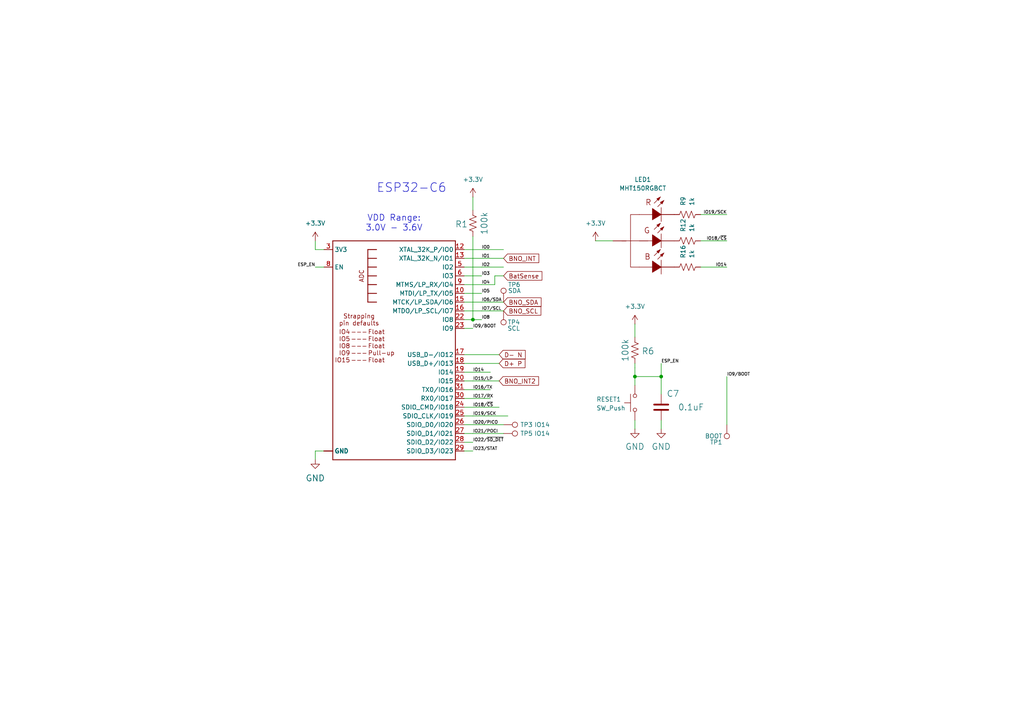
<source format=kicad_sch>
(kicad_sch (version 20231120) (generator "eeschema") (generator_version "8.0")
  (paper "A4")
  (lib_symbols
    (symbol "power:+3.3V" (power) (pin_numbers hide) (pin_names (offset 0) hide)
      (property "Value" "+3.3V" (at 0 3.556 0))
      (symbol "+3.3V_0_1"
        (polyline (pts (xy -0.762 1.27) (xy 0 2.54)))
        (polyline (pts (xy 0 0) (xy 0 2.54)))
        (polyline (pts (xy 0 2.54) (xy 0.762 1.27)))
      )
      (symbol "+3.3V_1_1"
        (pin power_in line (at 0 0 90) (length 0) (name "~") (number "1"))
      )
    )
    (symbol "power:GND" (power) (pin_numbers hide) (pin_names (offset 0) hide)
      (property "Value" "GND" (at 0 -3.81 0))
      (symbol "GND_0_1"
        (polyline (pts (xy 0 0) (xy 0 -1.27) (xy 1.27 -1.27) (xy 0 -2.54) (xy -1.27 -1.27) (xy 0 -1.27)))
      )
      (symbol "GND_1_1"
        (pin power_in line (at 0 0 270) (length 0) (name "~") (number "1"))
      )
    )
    (symbol "uSlime:C" (pin_numbers hide) (pin_names (offset 0.254))
      (property "Reference" "C" (at 0.635 2.54 0))
      (property "Value" "C" (at 0.635 -2.54 0))
      (symbol "C_0_1"
        (polyline (pts (xy -2.032 -0.762) (xy 2.032 -0.762)) (stroke (width 0.508)))
        (polyline (pts (xy -2.032 0.762) (xy 2.032 0.762)) (stroke (width 0.508)))
      )
      (symbol "C_1_1"
        (pin passive line (at 0 3.81 270) (length 2.794) (name "~") (number "1"))
        (pin passive line (at 0 -3.81 90) (length 2.794) (name "~") (number "2"))
      )
    )
    (symbol "uSlime:ESP32-C6-MINI-1"
      (symbol "ESP32-C6-MINI-1_1_0"
        (polyline (pts (xy -17.78 -33.02) (xy 17.78 -33.02)) (stroke (width 0.254)))
        (polyline (pts (xy -17.78 30.48) (xy -17.78 -33.02)) (stroke (width 0.254)))
        (polyline (pts (xy -7.62 12.7) (xy -7.62 15.24)) (stroke (width 0.254)))
        (polyline (pts (xy -7.62 15.24) (xy -7.62 17.78)) (stroke (width 0.254)))
        (polyline (pts (xy -7.62 15.24) (xy -5.08 15.24)) (stroke (width 0.254)))
        (polyline (pts (xy -7.62 17.78) (xy -7.62 20.32)) (stroke (width 0.254)))
        (polyline (pts (xy -7.62 17.78) (xy -5.08 17.78)) (stroke (width 0.254)))
        (polyline (pts (xy -7.62 20.32) (xy -7.62 22.86)) (stroke (width 0.254)))
        (polyline (pts (xy -7.62 20.32) (xy -5.08 20.32)) (stroke (width 0.254)))
        (polyline (pts (xy -7.62 22.86) (xy -7.62 25.4)) (stroke (width 0.254)))
        (polyline (pts (xy -7.62 22.86) (xy -5.08 22.86)) (stroke (width 0.254)))
        (polyline (pts (xy -7.62 25.4) (xy -7.62 27.94)) (stroke (width 0.254)))
        (polyline (pts (xy -7.62 25.4) (xy -5.08 25.4)) (stroke (width 0.254)))
        (polyline (pts (xy -7.62 27.94) (xy -5.08 27.94)) (stroke (width 0.254)))
        (polyline (pts (xy -5.08 12.7) (xy -7.62 12.7)) (stroke (width 0.254)))
        (polyline (pts (xy 17.78 -33.02) (xy 17.78 30.48)) (stroke (width 0.254)))
        (polyline (pts (xy 17.78 30.48) (xy -17.78 30.48)) (stroke (width 0.254)))
        (text "---\n---\n---\n---\n---" (at -10.16 0 0) (effects (font (size 1.27 1.27))))
        (text "ADC" (at -10.16 20.32 900) (effects (font (size 1.27 1.27)) (justify top)))
        (text "Float\nFloat\nFloat\nPull-up\nFloat" (at -7.62 0 0) (effects (font (size 1.27 1.27)) (justify left)))
        (text "IO4\nIO5\nIO8\nIO9\nIO15" (at -12.7 0 0) (effects (font (size 1.27 1.27)) (justify right)))
        (text "Strapping\npin defaults" (at -10.16 7.62 0) (effects (font (size 1.27 1.27))))
        (pin bidirectional line (at -20.32 -30.48 0) (length 2.54) (name "GND") (number "1"))
        (pin bidirectional line (at 20.32 15.24 180) (length 2.54) (name "MTDI/LP_TX/IO5") (number "10"))
        (pin bidirectional line (at -20.32 -30.48 0) (length 2.54) (name "GND") (number "11"))
        (pin bidirectional line (at 20.32 27.94 180) (length 2.54) (name "XTAL_32K_P/IO0") (number "12"))
        (pin bidirectional line (at 20.32 25.4 180) (length 2.54) (name "XTAL_32K_N/IO1") (number "13"))
        (pin bidirectional line (at -20.32 -30.48 0) (length 2.54) (name "GND") (number "14"))
        (pin bidirectional line (at 20.32 12.7 180) (length 2.54) (name "MTCK/LP_SDA/IO6") (number "15"))
        (pin bidirectional line (at 20.32 10.16 180) (length 2.54) (name "MTDO/LP_SCL/IO7") (number "16"))
        (pin bidirectional line (at 20.32 -2.54 180) (length 2.54) (name "USB_D-/IO12") (number "17"))
        (pin bidirectional line (at 20.32 -5.08 180) (length 2.54) (name "USB_D+/IO13") (number "18"))
        (pin bidirectional line (at 20.32 -7.62 180) (length 2.54) (name "IO14") (number "19"))
        (pin bidirectional line (at -20.32 -30.48 0) (length 2.54) (name "GND") (number "2"))
        (pin bidirectional line (at 20.32 -10.16 180) (length 2.54) (name "IO15") (number "20"))
        (pin bidirectional line (at 20.32 7.62 180) (length 2.54) (name "IO8") (number "22"))
        (pin bidirectional line (at 20.32 5.08 180) (length 2.54) (name "IO9") (number "23"))
        (pin bidirectional line (at 20.32 -17.78 180) (length 2.54) (name "SDIO_CMD/IO18") (number "24"))
        (pin bidirectional line (at 20.32 -20.32 180) (length 2.54) (name "SDIO_CLK/IO19") (number "25"))
        (pin bidirectional line (at 20.32 -22.86 180) (length 2.54) (name "SDIO_D0/IO20") (number "26"))
        (pin bidirectional line (at 20.32 -25.4 180) (length 2.54) (name "SDIO_D1/IO21") (number "27"))
        (pin bidirectional line (at 20.32 -27.94 180) (length 2.54) (name "SDIO_D2/IO22") (number "28"))
        (pin bidirectional line (at 20.32 -30.48 180) (length 2.54) (name "SDIO_D3/IO23") (number "29"))
        (pin bidirectional line (at -20.32 27.94 0) (length 2.54) (name "3V3") (number "3"))
        (pin bidirectional line (at 20.32 -15.24 180) (length 2.54) (name "RX0/IO17") (number "30"))
        (pin bidirectional line (at 20.32 -12.7 180) (length 2.54) (name "TX0/IO16") (number "31"))
        (pin bidirectional line (at -20.32 -30.48 0) (length 2.54) (name "GND") (number "36"))
        (pin bidirectional line (at -20.32 -30.48 0) (length 2.54) (name "GND") (number "37"))
        (pin bidirectional line (at -20.32 -30.48 0) (length 2.54) (name "GND") (number "38"))
        (pin bidirectional line (at -20.32 -30.48 0) (length 2.54) (name "GND") (number "39"))
        (pin bidirectional line (at -20.32 -30.48 0) (length 2.54) (name "GND") (number "40"))
        (pin bidirectional line (at -20.32 -30.48 0) (length 2.54) (name "GND") (number "41"))
        (pin bidirectional line (at -20.32 -30.48 0) (length 2.54) (name "GND") (number "42"))
        (pin bidirectional line (at -20.32 -30.48 0) (length 2.54) (name "GND") (number "43"))
        (pin bidirectional line (at -20.32 -30.48 0) (length 2.54) (name "GND") (number "44"))
        (pin bidirectional line (at -20.32 -30.48 0) (length 2.54) (name "GND") (number "45"))
        (pin bidirectional line (at -20.32 -30.48 0) (length 2.54) (name "GND") (number "46"))
        (pin bidirectional line (at -20.32 -30.48 0) (length 2.54) (name "GND") (number "47"))
        (pin bidirectional line (at -20.32 -30.48 0) (length 2.54) (name "GND") (number "48"))
        (pin bidirectional line (at -20.32 -30.48 0) (length 2.54) (name "GND") (number "49"))
        (pin bidirectional line (at 20.32 22.86 180) (length 2.54) (name "IO2") (number "5"))
        (pin bidirectional line (at -20.32 -30.48 0) (length 2.54) (name "GND") (number "50"))
        (pin bidirectional line (at -20.32 -30.48 0) (length 2.54) (name "GND") (number "51"))
        (pin bidirectional line (at -20.32 -30.48 0) (length 2.54) (name "GND") (number "52"))
        (pin bidirectional line (at -20.32 -30.48 0) (length 2.54) (name "GND") (number "53"))
        (pin bidirectional line (at 20.32 20.32 180) (length 2.54) (name "IO3") (number "6"))
        (pin bidirectional line (at -20.32 22.86 0) (length 2.54) (name "EN") (number "8"))
        (pin bidirectional line (at 20.32 17.78 180) (length 2.54) (name "MTMS/LP_RX/IO4") (number "9"))
      )
    )
    (symbol "uSlime:MHT150RGBCT" (pin_numbers hide) (pin_names (offset 1.016) hide)
      (property "Reference" "LED" (at 0 13.208 0))
      (property "Value" "MHT150RGBCT" (at 0 18.288 0))
      (symbol "MHT150RGBCT_1_1"
        (polyline (pts (xy -10.16 2.54) (xy -10.16 -1.27)) (stroke (width 0.1524)))
        (polyline (pts (xy -8.128 -3.81) (xy -12.192 -3.81)) (stroke (width 0.1524)))
        (polyline (pts (xy -7.874 -2.794) (xy -6.096 -4.572)) (stroke (width 0.1524)))
        (polyline (pts (xy -6.858 -1.778) (xy -5.08 -3.556)) (stroke (width 0.1524)))
        (polyline (pts (xy -2.54 2.54) (xy -2.54 0)) (stroke (width 0.1524)))
        (polyline (pts (xy -2.54 7.62) (xy -2.54 -1.27)) (stroke (width 0.1524)))
        (polyline (pts (xy -0.508 -3.81) (xy -4.572 -3.81)) (stroke (width 0.1524)))
        (polyline (pts (xy -0.254 -2.794) (xy 1.524 -4.572)) (stroke (width 0.1524)))
        (polyline (pts (xy 0.762 -1.778) (xy 2.54 -3.556)) (stroke (width 0.1524)))
        (polyline (pts (xy 5.08 2.54) (xy 5.08 -1.27)) (stroke (width 0.1524)))
        (polyline (pts (xy 7.112 -3.81) (xy 3.048 -3.81)) (stroke (width 0.1524)))
        (polyline (pts (xy 7.366 -2.794) (xy 9.144 -4.572)) (stroke (width 0.1524)))
        (polyline (pts (xy 8.382 -1.778) (xy 10.16 -3.556)) (stroke (width 0.1524)))
        (polyline (pts (xy -11.684 -1.27) (xy -10.16 -3.81) (xy -8.382 -1.27) (xy -11.684 -1.27)) (stroke (width 0.1524)) (fill (type outline)))
        (polyline (pts (xy -6.096 -4.572) (xy -6.604 -3.556) (xy -7.112 -4.064) (xy -6.096 -4.572)) (stroke (width 0.1524)) (fill (type outline)))
        (polyline (pts (xy -5.08 -3.556) (xy -5.588 -2.54) (xy -6.096 -3.048) (xy -5.08 -3.556)) (stroke (width 0.1524)) (fill (type outline)))
        (polyline (pts (xy -4.064 -1.27) (xy -2.54 -3.81) (xy -0.762 -1.27) (xy -4.064 -1.27)) (stroke (width 0.1524)) (fill (type outline)))
        (polyline (pts (xy 1.524 -4.572) (xy 1.016 -3.556) (xy 0.508 -4.064) (xy 1.524 -4.572)) (stroke (width 0.1524)) (fill (type outline)))
        (polyline (pts (xy 2.54 -3.556) (xy 2.032 -2.54) (xy 1.524 -3.048) (xy 2.54 -3.556)) (stroke (width 0.1524)) (fill (type outline)))
        (polyline (pts (xy 3.556 -1.27) (xy 5.08 -3.81) (xy 6.858 -1.27) (xy 3.556 -1.27)) (stroke (width 0.1524)) (fill (type outline)))
        (polyline (pts (xy 5.08 2.54) (xy 5.08 5.08) (xy -10.16 5.08) (xy -10.16 2.54)) (stroke (width 0.1524)))
        (polyline (pts (xy 9.144 -4.572) (xy 8.636 -3.556) (xy 8.128 -4.064) (xy 9.144 -4.572)) (stroke (width 0.1524)) (fill (type outline)))
        (polyline (pts (xy 10.16 -3.556) (xy 9.652 -2.54) (xy 9.144 -3.048) (xy 10.16 -3.556)) (stroke (width 0.1524)) (fill (type outline)))
        (text "B" (at -7.1374 -0.762 900) (effects (font (size 1.6256 1.6256)) (justify left)))
        (text "G" (at 0.4826 -0.5842 900) (effects (font (size 1.6256 1.6256)) (justify left)))
        (text "R" (at 8.6106 -1.016 900) (effects (font (size 1.6256 1.6256)) (justify left)))
        (pin input line (at -2.54 10.16 270) (length 3.81) (name "+") (number "1"))
        (pin input line (at -10.16 -7.62 90) (length 3.81) (name "-") (number "2"))
        (pin input line (at -2.54 -7.62 90) (length 3.81) (name "-") (number "3"))
        (pin input line (at 5.08 -7.62 90) (length 3.81) (name "-") (number "4"))
      )
    )
    (symbol "uSlime:R_US" (pin_numbers hide) (pin_names (offset 0))
      (property "Reference" "R" (at 2.54 0 90))
      (property "Value" "R_US" (at -2.54 0 90))
      (symbol "R_US_0_1"
        (polyline (pts (xy 0 -2.286) (xy 0 -2.54)))
        (polyline (pts (xy 0 2.286) (xy 0 2.54)))
        (polyline (pts (xy 0 -0.762) (xy 1.016 -1.143) (xy 0 -1.524) (xy -1.016 -1.905) (xy 0 -2.286)))
        (polyline (pts (xy 0 0.762) (xy 1.016 0.381) (xy 0 0) (xy -1.016 -0.381) (xy 0 -0.762)))
        (polyline (pts (xy 0 2.286) (xy 1.016 1.905) (xy 0 1.524) (xy -1.016 1.143) (xy 0 0.762)))
      )
      (symbol "R_US_1_1"
        (pin passive line (at 0 3.81 270) (length 1.27) (name "~") (number "1"))
        (pin passive line (at 0 -3.81 90) (length 1.27) (name "~") (number "2"))
      )
    )
    (symbol "uSlime:SW_Push" (pin_numbers hide) (pin_names (offset 1.016) hide)
      (property "Reference" "RESET" (at 1.2701 -1.27 90))
      (property "Value" "SW_Push" (at -1.2699 -1.27 90))
      (symbol "SW_Push_0_1"
        (circle (center -2.032 0) (radius 0.508))
        (polyline (pts (xy 0 1.27) (xy 0 3.048)))
        (polyline (pts (xy 2.54 1.27) (xy -2.54 1.27)))
        (circle (center 2.032 0) (radius 0.508))
        (pin passive line (at -5.08 0 0) (length 2.54) (name "1") (number "1"))
        (pin passive line (at 5.08 0 180) (length 2.54) (name "2") (number "2"))
      )
    )
    (symbol "uSlime:TestPoint" (pin_numbers hide) (pin_names (offset 0.762) hide)
      (property "Reference" "TP1" (at 0 4.826 90))
      (property "Value" "TestPoint" (at 0 8.636 90))
      (symbol "TestPoint_0_1"
        (circle (center 0 3.302) (radius 0.762))
      )
      (symbol "TestPoint_1_1"
        (pin passive line (at 0 0 90) (length 2.54) (name "1") (number "1"))
      )
    )
    (symbol "uSlime:TestPoint_Small" (pin_numbers hide) (pin_names (offset 0.762) hide)
      (property "Reference" "TP1" (at 0 4.826 90))
      (property "Value" "TestPoint" (at 0 8.636 90))
      (symbol "TestPoint_Small_0_1"
        (circle (center 0 3.302) (radius 0.762))
      )
      (symbol "TestPoint_Small_1_1"
        (pin passive line (at 0 0 90) (length 2.54) (name "1") (number "1"))
      )
    )
  )
  (junction (at 137.16 92.71))
  (junction (at 191.77 109.22))
  (junction (at 184.15 109.22))
  (wire (pts (xy 143.51 82.55) (xy 139.7 82.55)))
  (wire (pts (xy 139.7 92.71) (xy 137.16 92.71)) (stroke (width 0.1524)))
  (wire (pts (xy 134.62 87.63) (xy 139.7 87.63)) (stroke (width 0.1524)))
  (wire (pts (xy 184.15 111.76) (xy 184.15 109.22)) (stroke (width 0.1524)))
  (wire (pts (xy 134.62 82.55) (xy 139.7 82.55)) (stroke (width 0.1524)))
  (wire (pts (xy 134.62 128.27) (xy 137.16 128.27)) (stroke (width 0.1524)))
  (wire (pts (xy 134.62 118.11) (xy 144.78 118.11)) (stroke (width 0.1524)))
  (wire (pts (xy 134.62 107.95) (xy 142.24 107.95)))
  (wire (pts (xy 191.77 109.22) (xy 184.15 109.22)) (stroke (width 0.1524)))
  (wire (pts (xy 172.72 69.85) (xy 177.8 69.85)))
  (wire (pts (xy 134.62 74.93) (xy 146.05 74.93)) (stroke (width 0.1524)))
  (wire (pts (xy 137.16 57.15) (xy 137.16 60.96)) (stroke (width 0.1524)))
  (wire (pts (xy 134.62 80.01) (xy 139.7 80.01)) (stroke (width 0.1524)))
  (wire (pts (xy 139.7 77.47) (xy 146.05 77.47)))
  (wire (pts (xy 134.62 92.71) (xy 137.16 92.71)) (stroke (width 0.1524)))
  (wire (pts (xy 134.62 85.09) (xy 139.7 85.09)) (stroke (width 0.1524)))
  (wire (pts (xy 210.82 62.23) (xy 203.2 62.23)))
  (wire (pts (xy 146.05 80.01) (xy 143.51 80.01)))
  (wire (pts (xy 134.62 77.47) (xy 139.7 77.47)) (stroke (width 0.1524)))
  (wire (pts (xy 210.82 77.47) (xy 203.2 77.47)))
  (wire (pts (xy 134.62 123.19) (xy 137.16 123.19)) (stroke (width 0.1524)))
  (wire (pts (xy 137.16 125.73) (xy 146.05 125.73)))
  (wire (pts (xy 143.51 80.01) (xy 143.51 82.55)))
  (wire (pts (xy 137.16 110.49) (xy 144.78 110.49)))
  (wire (pts (xy 191.77 114.3) (xy 191.77 109.22)) (stroke (width 0.1524)))
  (wire (pts (xy 134.62 72.39) (xy 146.05 72.39)) (stroke (width 0.1524)))
  (wire (pts (xy 191.77 124.46) (xy 191.77 121.92)) (stroke (width 0.1524)))
  (wire (pts (xy 184.15 124.46) (xy 184.15 121.92)) (stroke (width 0.1524)))
  (wire (pts (xy 134.62 130.81) (xy 137.16 130.81)) (stroke (width 0.1524)))
  (wire (pts (xy 134.62 120.65) (xy 137.16 120.65)) (stroke (width 0.1524)))
  (wire (pts (xy 93.98 130.81) (xy 91.44 130.81)) (stroke (width 0.1524)))
  (wire (pts (xy 184.15 109.22) (xy 184.15 106.68)) (stroke (width 0.1524)))
  (wire (pts (xy 93.98 72.39) (xy 91.44 72.39)) (stroke (width 0.1524)))
  (wire (pts (xy 137.16 120.65) (xy 147.32 120.65)))
  (wire (pts (xy 139.7 90.17) (xy 146.05 90.17)))
  (wire (pts (xy 139.7 90.17) (xy 134.62 90.17)) (stroke (width 0.1524)))
  (wire (pts (xy 134.62 115.57) (xy 142.24 115.57)) (stroke (width 0.1524)))
  (wire (pts (xy 139.7 87.63) (xy 146.05 87.63)))
  (wire (pts (xy 137.16 68.58) (xy 137.16 92.71)) (stroke (width 0.1524)))
  (wire (pts (xy 137.16 123.19) (xy 146.05 123.19)))
  (wire (pts (xy 91.44 72.39) (xy 91.44 69.85)) (stroke (width 0.1524)))
  (wire (pts (xy 134.62 113.03) (xy 142.24 113.03)) (stroke (width 0.1524)))
  (wire (pts (xy 91.44 130.81) (xy 91.44 133.35)) (stroke (width 0.1524)))
  (wire (pts (xy 134.62 110.49) (xy 137.16 110.49)) (stroke (width 0.1524)))
  (wire (pts (xy 134.62 102.87) (xy 144.78 102.87)) (stroke (width 0.1524)))
  (wire (pts (xy 184.15 93.98) (xy 184.15 97.79)) (stroke (width 0.1524)))
  (wire (pts (xy 191.77 105.41) (xy 191.77 109.22)) (stroke (width 0.1524)))
  (wire (pts (xy 134.62 125.73) (xy 137.16 125.73)) (stroke (width 0.1524)))
  (wire (pts (xy 210.82 109.22) (xy 210.82 123.19)) (stroke (width 0.1524)))
  (wire (pts (xy 134.62 95.25) (xy 137.16 95.25)) (stroke (width 0.1524)))
  (wire (pts (xy 184.15 105.41) (xy 184.15 106.68)))
  (wire (pts (xy 210.82 69.85) (xy 203.2 69.85)))
  (wire (pts (xy 134.62 105.41) (xy 144.78 105.41)) (stroke (width 0.1524)))
  (wire (pts (xy 93.98 77.47) (xy 91.44 77.47)) (stroke (width 0.1524)))
  (text "ESP32-C6" (at 119.38 54.61 0) (effects (font (size 2.54 2.54))))
  (text "VDD Range:\n3.0V - 3.6V" (at 114.3 64.77 0) (effects (font (size 1.778 1.778))))
  (label "IO15{slash}LP" (at 137.16 110.49 0) (effects (font (size 0.889 0.889))))
  (label "IO5" (at 139.7 85.09 0) (effects (font (size 0.889 0.889))))
  (label "IO8" (at 139.7 92.71 0) (effects (font (size 0.889 0.889))))
  (label "IO9/BOOT" (at 137.16 95.25 0) (effects (font (size 0.889 0.889))))
  (label "IO18/~{CS}" (at 137.16 118.11 0) (effects (font (size 0.889 0.889))))
  (label "IO21/POCI" (at 137.16 125.73 0) (effects (font (size 0.889 0.889))))
  (label "IO0" (at 139.7 72.39 0) (effects (font (size 0.889 0.889))))
  (label "IO19/SCK" (at 137.16 120.65 0) (effects (font (size 0.889 0.889))))
  (label "IO20/PICO" (at 137.16 123.19 0) (effects (font (size 0.889 0.889))))
  (label "IO16/TX" (at 137.16 113.03 0) (effects (font (size 0.889 0.889))))
  (label "IO14" (at 137.16 107.95 0) (effects (font (size 0.889 0.889))))
  (label "IO2" (at 139.7 77.47 0) (effects (font (size 0.889 0.889))))
  (label "IO14" (at 210.82 77.47 180) (effects (font (size 0.889 0.889))))
  (label "ESP_EN" (at 91.44 77.47 180) (effects (font (size 0.889 0.889))))
  (label "IO9{slash}BOOT" (at 210.82 109.22 0) (effects (font (size 0.889 0.889))))
  (label "IO4" (at 139.7 82.55 0) (effects (font (size 0.889 0.889))))
  (label "IO3" (at 139.7 80.01 0) (effects (font (size 0.889 0.889))))
  (label "ESP_EN" (at 191.77 105.41 0) (effects (font (size 0.889 0.889))))
  (label "IO23/STAT" (at 137.16 130.81 0) (effects (font (size 0.889 0.889))))
  (label "IO19/SCK" (at 210.82 62.23 180) (effects (font (size 0.889 0.889))))
  (label "IO17/RX" (at 137.16 115.57 0) (effects (font (size 0.889 0.889))))
  (label "IO7/SCL" (at 139.7 90.17 0) (effects (font (size 0.889 0.889))))
  (label "IO1" (at 139.7 74.93 0) (effects (font (size 0.889 0.889))))
  (label "IO18/~{CS}" (at 210.82 69.85 180) (effects (font (size 0.889 0.889))))
  (label "IO6/SDA" (at 139.7 87.63 0) (effects (font (size 0.889 0.889))))
  (label "IO22/~{SD_DET}" (at 137.16 128.27 0) (effects (font (size 0.889 0.889))))
  (global_label "D+ P" (shape input) (at 144.78 105.41 0) (property "Intersheetrefs" "${INTERSHEET_REFS}" (effects (hide yes))))
  (global_label "BatSense" (shape input) (at 146.05 80.01 0) (property "Intersheetrefs" "${INTERSHEET_REFS}" (effects (hide yes))))
  (global_label "BNO_INT2" (shape input) (at 144.78 110.49 0) (property "Intersheetrefs" "${INTERSHEET_REFS}" (effects (hide yes))))
  (global_label "D- N" (shape input) (at 144.78 102.87 0) (property "Intersheetrefs" "${INTERSHEET_REFS}" (effects (hide yes))))
  (global_label "BNO_INT" (shape input) (at 146.05 74.93 0) (property "Intersheetrefs" "${INTERSHEET_REFS}" (effects (hide yes))))
  (global_label "BNO_SCL" (shape input) (at 146.05 90.17 0) (property "Intersheetrefs" "${INTERSHEET_REFS}" (effects (hide yes))))
  (global_label "BNO_SDA" (shape input) (at 146.05 87.63 0) (property "Intersheetrefs" "${INTERSHEET_REFS}" (effects (hide yes))))
  (symbol (lib_id "uSlime:SW_Push") (at 184.15 116.84 90) (unit 1)
    (property "Reference" "RESET1" (at 172.974 115.824 90) (effects (justify right)))
    (property "Value" "SW_Push" (at 172.974 118.364 90) (effects (justify right)))
    (property "Footprint" "Button_Switch_SMD:SW_SPST_B3U-1000P-B" (effects (hide yes)))
    (property "Description" "Push button switch, generic, two pins" (effects (hide yes)))
  )
  (symbol (lib_id "uSlime:ESP32-C6-MINI-1") (at 114.3 100.33 0) (unit 1)
    (property "Reference" "U4" (effects (hide yes)))
    (property "Value" "ESP32-C6-MINI-1" (effects (hide yes)))
    (property "Footprint" "PCM_Espressif:ESP32-C6-MINI-1" (effects (hide yes)))
  )
  (symbol (lib_id "uSlime:MHT150RGBCT") (at 187.96 67.31 90) (unit 1)
    (property "Reference" "LED1" (at 186.436 52.07 90))
    (property "Value" "MHT150RGBCT" (at 186.436 54.61 90))
    (property "Footprint" "uSlime-libs:LED-ARRAY-SMD_1206-4P-L3.2-W1.3-BR-EH" (effects (hide yes)))
    (property "Datasheet" "http://www.szlcsc.com/product/details_400145.html" (effects (hide yes)))
    (property "Description" "C409782" (effects (hide yes)))
    (property "uuid" "std:5d00016b255b4cfba971e47a0ef5a501" (effects (hide yes)))
  )
  (symbol (lib_id "power:+3.3V") (at 91.44 69.85 0) (unit 1)
    (property "Reference" "#PWR020" (effects (hide yes)))
    (property "Value" "+3.3V" (at 91.44 64.77 0))
    (property "Description" "Power symbol creates a global label with name \"+3.3V\"" (effects (hide yes)))
  )
  (symbol (lib_id "uSlime:R_US") (at 199.39 77.47 270) (unit 1)
    (property "Reference" "R16" (at 198.1199 74.93 0) (effects (justify right)))
    (property "Value" "1k" (at 200.6599 74.93 0) (effects (justify right)))
    (property "Footprint" "Resistor_SMD:R_0402_1005Metric" (effects (hide yes)))
    (property "Description" "Resistor, US symbol" (effects (hide yes)))
  )
  (symbol (lib_id "uSlime:R_US") (at 199.39 62.23 270) (unit 1)
    (property "Reference" "R9" (at 198.1199 59.69 0) (effects (justify right)))
    (property "Value" "1k" (at 200.6599 59.69 0) (effects (justify right)))
    (property "Footprint" "Resistor_SMD:R_0402_1005Metric" (effects (hide yes)))
    (property "Description" "Resistor, US symbol" (effects (hide yes)))
  )
  (symbol (lib_id "uSlime:TestPoint") (at 146.05 90.17 180) (unit 1)
    (property "Reference" "TP4" (at 150.876 93.472 0) (effects (justify left)))
    (property "Value" "SCL" (at 150.876 95.25 0) (effects (justify left)))
    (property "Footprint" "TestPoint:TestPoint_Pad_2.0x2.0mm" (effects (hide yes)))
    (property "Description" "test point" (effects (hide yes)))
  )
  (symbol (lib_id "uSlime:R_US") (at 199.39 69.85 270) (unit 1)
    (property "Reference" "R12" (at 198.1199 67.31 0) (effects (justify right)))
    (property "Value" "1k" (at 200.6599 67.31 0) (effects (justify right)))
    (property "Footprint" "Resistor_SMD:R_0402_1005Metric" (effects (hide yes)))
    (property "Description" "Resistor, US symbol" (effects (hide yes)))
  )
  (symbol (lib_id "uSlime:R_US") (at 184.15 101.6 180) (unit 1)
    (property "Reference" "R6" (at 187.96 100.838 0) (effects (font (size 1.778 1.778)) (justify bottom)))
    (property "Value" "100k" (at 182.372 101.6 90) (effects (font (size 1.778 1.778)) (justify top)))
    (property "Footprint" "Resistor_SMD:R_0402_1005Metric" (effects (hide yes)))
    (property "Description" "Resistor, US symbol" (effects (hide yes)))
  )
  (symbol (lib_id "power:GND") (at 184.15 124.46 0) (unit 1)
    (property "Reference" "#GND02" (effects (hide yes)))
    (property "Value" "GND" (at 184.15 128.524 0) (effects (font (size 1.778 1.778)) (justify top)))
    (property "Description" "Power symbol creates a global label with name \"GND\" , ground" (effects (hide yes)))
  )
  (symbol (lib_id "uSlime:TestPoint_Small") (at 210.82 123.19 180) (unit 1)
    (property "Reference" "TP1" (at 209.55 128.27 0) (effects (justify left)))
    (property "Value" "BOOT" (at 209.55 126.492 0) (effects (justify left)))
    (property "Footprint" "TestPoint:TestPoint_Pad_D1.0mm" (effects (hide yes)))
    (property "Description" "test point" (effects (hide yes)))
  )
  (symbol (lib_id "uSlime:C") (at 191.77 118.11 0) (unit 1)
    (property "Reference" "C7" (at 193.294 115.189 0) (effects (font (size 1.778 1.778)) (justify left bottom)))
    (property "Value" "0.1uF" (at 196.596 119.126 0) (effects (font (size 1.778 1.778)) (justify left bottom)))
    (property "Footprint" "Capacitor_SMD:C_0402_1005Metric" (effects (hide yes)))
    (property "Description" "Unpolarized capacitor" (effects (hide yes)))
  )
  (symbol (lib_id "uSlime:TestPoint") (at 146.05 125.73 270) (unit 1)
    (property "Reference" "TP5" (at 150.876 125.73 90) (effects (justify left)))
    (property "Value" "IO14" (at 154.94 125.73 90) (effects (justify left)))
    (property "Footprint" "TestPoint:TestPoint_Pad_2.0x2.0mm" (effects (hide yes)))
    (property "Description" "test point" (effects (hide yes)))
  )
  (symbol (lib_id "power:+3.3V") (at 172.72 69.85 0) (unit 1)
    (property "Reference" "#PWR025" (effects (hide yes)))
    (property "Value" "+3.3V" (at 172.72 64.77 0))
    (property "Description" "Power symbol creates a global label with name \"+3.3V\"" (effects (hide yes)))
  )
  (symbol (lib_id "power:GND") (at 91.44 133.35 0) (unit 1)
    (property "Reference" "#GND04" (effects (hide yes)))
    (property "Value" "GND" (at 91.44 137.668 0) (effects (font (size 1.778 1.778)) (justify top)))
    (property "Description" "Power symbol creates a global label with name \"GND\" , ground" (effects (hide yes)))
  )
  (symbol (lib_id "uSlime:TestPoint") (at 146.05 123.19 270) (unit 1)
    (property "Reference" "TP3" (at 150.876 123.19 90) (effects (justify left)))
    (property "Value" "IO14" (at 154.94 123.19 90) (effects (justify left)))
    (property "Footprint" "TestPoint:TestPoint_Pad_2.0x2.0mm" (effects (hide yes)))
    (property "Description" "test point" (effects (hide yes)))
  )
  (symbol (lib_id "uSlime:TestPoint") (at 146.05 87.63 0) (unit 1)
    (property "Reference" "TP6" (at 147.32 82.55 0) (effects (justify left)))
    (property "Value" "SDA" (at 147.32 84.328 0) (effects (justify left)))
    (property "Footprint" "TestPoint:TestPoint_Pad_2.0x2.0mm" (effects (hide yes)))
    (property "Description" "test point" (effects (hide yes)))
  )
  (symbol (lib_id "uSlime:R_US") (at 137.16 64.77 180) (unit 1)
    (property "Reference" "R1" (at 133.858 64.008 0) (effects (font (size 1.778 1.778)) (justify bottom)))
    (property "Value" "100k" (at 141.478 64.77 90) (effects (font (size 1.778 1.778)) (justify top)))
    (property "Footprint" "Resistor_SMD:R_0402_1005Metric" (effects (hide yes)))
    (property "Description" "Resistor, US symbol" (effects (hide yes)))
  )
  (symbol (lib_id "power:+3.3V") (at 137.16 57.15 0) (unit 1)
    (property "Reference" "#PWR06" (effects (hide yes)))
    (property "Value" "+3.3V" (at 137.16 52.07 0))
    (property "Description" "Power symbol creates a global label with name \"+3.3V\"" (effects (hide yes)))
  )
  (symbol (lib_id "power:GND") (at 191.77 124.46 0) (unit 1)
    (property "Reference" "#GND03" (effects (hide yes)))
    (property "Value" "GND" (at 191.77 128.524 0) (effects (font (size 1.778 1.778)) (justify top)))
    (property "Description" "Power symbol creates a global label with name \"GND\" , ground" (effects (hide yes)))
  )
  (symbol (lib_id "power:+3.3V") (at 184.15 93.98 0) (unit 1)
    (property "Reference" "#PWR07" (effects (hide yes)))
    (property "Value" "+3.3V" (at 184.15 88.9 0))
    (property "Description" "Power symbol creates a global label with name \"+3.3V\"" (effects (hide yes)))
  )
)
</source>
